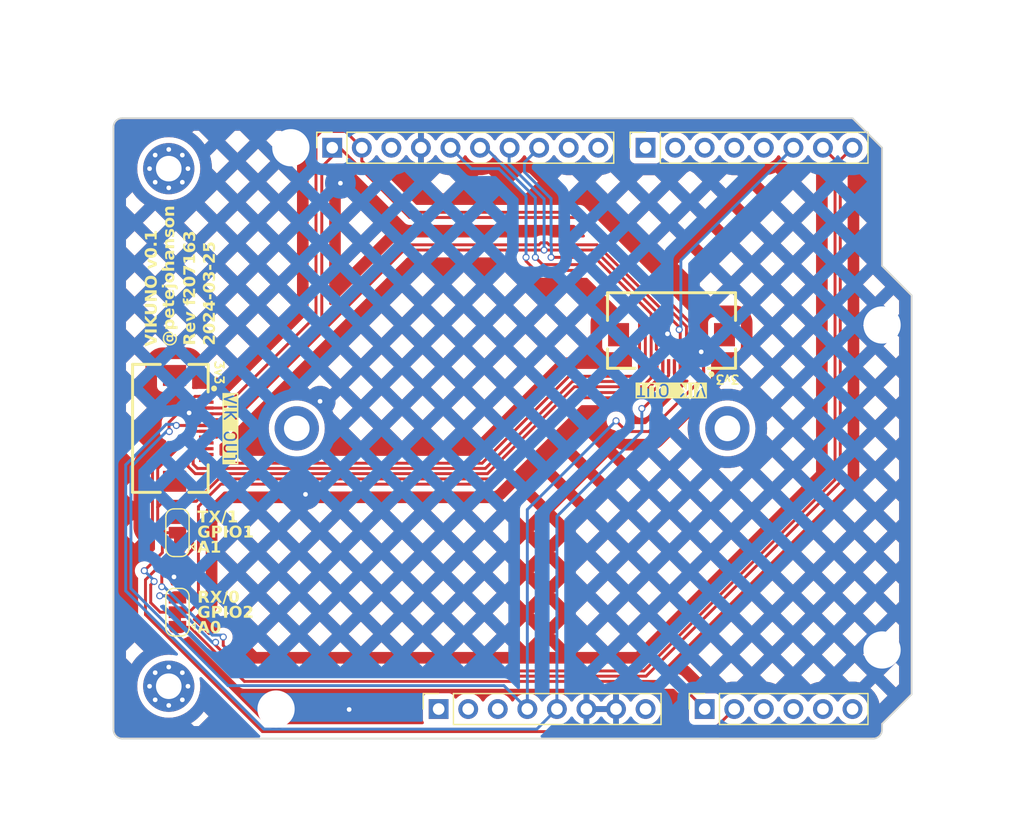
<source format=kicad_pcb>
(kicad_pcb (version 20240108) (generator "pcbnew") (generator_version "8.0")
  (title_block (date "mar. 31 mars 2015"))
  (layers (0 "F.Cu" signal) (31 "B.Cu" signal) (34 "B.Paste" user) (35 "F.Paste" user) (36 "B.SilkS" user "B.Silkscreen") (37 "F.SilkS" user "F.Silkscreen") (38 "B.Mask" user) (39 "F.Mask" user) (44 "Edge.Cuts" user))
  (property "REV" "f207163")
  (property "TIMESTAMP" "2024-03-25")
  (net 0 "")
  (net 1 "GND")
  (net 3 "+5V")
  (net 4 "/IOREF")
  (net 5 "/A0")
  (net 6 "/A1")
  (net 7 "/A2")
  (net 8 "/A3")
  (net 9 "/SDA{slash}A4")
  (net 10 "/SCL{slash}A5")
  (net 11 "/13")
  (net 12 "/12")
  (net 13 "/AREF")
  (net 14 "/8")
  (net 15 "/7")
  (net 16 "/*11")
  (net 17 "/*10")
  (net 18 "/*9")
  (net 19 "/4")
  (net 20 "/2")
  (net 21 "/*6")
  (net 22 "/*5")
  (net 23 "/TX{slash}1")
  (net 24 "/*3")
  (net 25 "/RX{slash}0")
  (net 26 "+3V3")
  (net 27 "VCC")
  (net 28 "/~{RESET}")
  (net 29 "/GP_AD1")
  (net 30 "/GP_AD2")
  (footprint "Connector_PinSocket_2.54mm:PinSocket_1x08_P2.54mm_Vertical" (layer "F.Cu") (at 127.94 97.46 90)
    (property "Reference" "J1" (hide yes))
    (property "Value" "Power")
    (fp_line (start 1.33 -1.33) (end 1.33 0) (stroke (width 0.12)) (layer "F.SilkS"))
    (fp_line (start 0 -1.33) (end 1.33 -1.33) (stroke (width 0.12)) (layer "F.SilkS"))
    (fp_line (start 1.33 1.27) (end 1.33 19.11) (stroke (width 0.12)) (layer "F.SilkS"))
    (fp_line (start -1.33 1.27) (end 1.33 1.27) (stroke (width 0.12)) (layer "F.SilkS"))
    (fp_line (start -1.33 1.27) (end -1.33 19.11) (stroke (width 0.12)) (layer "F.SilkS"))
    (fp_line (start -1.33 19.11) (end 1.33 19.11) (stroke (width 0.12)) (layer "F.SilkS"))
    (pad "1" thru_hole rect (at 0 0 90) (size 1.7 1.7) (drill 1) (layers "*.Cu" "*.Mask"))
    (pad "2" thru_hole oval (at 0 2.54 90) (size 1.7 1.7) (drill 1) (layers "*.Cu" "*.Mask") (net 4 "/IOREF"))
    (pad "3" thru_hole oval (at 0 5.08 90) (size 1.7 1.7) (drill 1) (layers "*.Cu" "*.Mask") (net 28 "/~{RESET}"))
    (pad "4" thru_hole oval (at 0 7.62 90) (size 1.7 1.7) (drill 1) (layers "*.Cu" "*.Mask") (net 26 "+3V3"))
    (pad "5" thru_hole oval (at 0 10.16 90) (size 1.7 1.7) (drill 1) (layers "*.Cu" "*.Mask") (net 3 "+5V"))
    (pad "6" thru_hole oval (at 0 12.7 90) (size 1.7 1.7) (drill 1) (layers "*.Cu" "*.Mask") (net 1 "GND"))
    (pad "7" thru_hole oval (at 0 15.24 90) (size 1.7 1.7) (drill 1) (layers "*.Cu" "*.Mask") (net 1 "GND"))
    (pad "8" thru_hole oval (at 0 17.78 90) (size 1.7 1.7) (drill 1) (layers "*.Cu" "*.Mask") (net 27 "VCC"))
  )
  (footprint "Connector_PinSocket_2.54mm:PinSocket_1x06_P2.54mm_Vertical" (layer "F.Cu") (at 150.8 97.46 90)
    (property "Reference" "J3" (hide yes))
    (property "Value" "Analog")
    (fp_line (start 1.33 -1.33) (end 1.33 0) (stroke (width 0.12)) (layer "F.SilkS"))
    (fp_line (start 0 -1.33) (end 1.33 -1.33) (stroke (width 0.12)) (layer "F.SilkS"))
    (fp_line (start 1.33 1.27) (end 1.33 14.03) (stroke (width 0.12)) (layer "F.SilkS"))
    (fp_line (start -1.33 1.27) (end 1.33 1.27) (stroke (width 0.12)) (layer "F.SilkS"))
    (fp_line (start -1.33 1.27) (end -1.33 14.03) (stroke (width 0.12)) (layer "F.SilkS"))
    (fp_line (start -1.33 14.03) (end 1.33 14.03) (stroke (width 0.12)) (layer "F.SilkS"))
    (pad "1" thru_hole rect (at 0 0 90) (size 1.7 1.7) (drill 1) (layers "*.Cu" "*.Mask") (net 5 "/A0"))
    (pad "2" thru_hole oval (at 0 2.54 90) (size 1.7 1.7) (drill 1) (layers "*.Cu" "*.Mask") (net 6 "/A1"))
    (pad "3" thru_hole oval (at 0 5.08 90) (size 1.7 1.7) (drill 1) (layers "*.Cu" "*.Mask") (net 7 "/A2"))
    (pad "4" thru_hole oval (at 0 7.62 90) (size 1.7 1.7) (drill 1) (layers "*.Cu" "*.Mask") (net 8 "/A3"))
    (pad "5" thru_hole oval (at 0 10.16 90) (size 1.7 1.7) (drill 1) (layers "*.Cu" "*.Mask") (net 9 "/SDA{slash}A4"))
    (pad "6" thru_hole oval (at 0 12.7 90) (size 1.7 1.7) (drill 1) (layers "*.Cu" "*.Mask") (net 10 "/SCL{slash}A5"))
  )
  (footprint "Connector_PinSocket_2.54mm:PinSocket_1x10_P2.54mm_Vertical" (layer "F.Cu") (at 118.796 49.2 90)
    (property "Reference" "J2" (hide yes))
    (property "Value" "Digital/PWM")
    (fp_line (start 1.33 -1.33) (end 1.33 0) (stroke (width 0.12)) (layer "F.SilkS"))
    (fp_line (start 0 -1.33) (end 1.33 -1.33) (stroke (width 0.12)) (layer "F.SilkS"))
    (fp_line (start 1.33 1.27) (end 1.33 24.19) (stroke (width 0.12)) (layer "F.SilkS"))
    (fp_line (start -1.33 1.27) (end 1.33 1.27) (stroke (width 0.12)) (layer "F.SilkS"))
    (fp_line (start -1.33 1.27) (end -1.33 24.19) (stroke (width 0.12)) (layer "F.SilkS"))
    (fp_line (start -1.33 24.19) (end 1.33 24.19) (stroke (width 0.12)) (layer "F.SilkS"))
    (pad "1" thru_hole rect (at 0 0 90) (size 1.7 1.7) (drill 1) (layers "*.Cu" "*.Mask") (net 10 "/SCL{slash}A5"))
    (pad "2" thru_hole oval (at 0 2.54 90) (size 1.7 1.7) (drill 1) (layers "*.Cu" "*.Mask") (net 9 "/SDA{slash}A4"))
    (pad "3" thru_hole oval (at 0 5.08 90) (size 1.7 1.7) (drill 1) (layers "*.Cu" "*.Mask") (net 13 "/AREF"))
    (pad "4" thru_hole oval (at 0 7.62 90) (size 1.7 1.7) (drill 1) (layers "*.Cu" "*.Mask") (net 1 "GND"))
    (pad "5" thru_hole oval (at 0 10.16 90) (size 1.7 1.7) (drill 1) (layers "*.Cu" "*.Mask") (net 11 "/13"))
    (pad "6" thru_hole oval (at 0 12.7 90) (size 1.7 1.7) (drill 1) (layers "*.Cu" "*.Mask") (net 12 "/12"))
    (pad "7" thru_hole oval (at 0 15.24 90) (size 1.7 1.7) (drill 1) (layers "*.Cu" "*.Mask") (net 16 "/*11"))
    (pad "8" thru_hole oval (at 0 17.78 90) (size 1.7 1.7) (drill 1) (layers "*.Cu" "*.Mask") (net 17 "/*10"))
    (pad "9" thru_hole oval (at 0 20.32 90) (size 1.7 1.7) (drill 1) (layers "*.Cu" "*.Mask") (net 18 "/*9"))
    (pad "10" thru_hole oval (at 0 22.86 90) (size 1.7 1.7) (drill 1) (layers "*.Cu" "*.Mask") (net 14 "/8"))
  )
  (footprint "Connector_PinSocket_2.54mm:PinSocket_1x08_P2.54mm_Vertical" (layer "F.Cu") (at 145.72 49.2 90)
    (property "Reference" "J4" (hide yes))
    (property "Value" "Digital/PWM")
    (fp_line (start 1.33 -1.33) (end 1.33 0) (stroke (width 0.12)) (layer "F.SilkS"))
    (fp_line (start 0 -1.33) (end 1.33 -1.33) (stroke (width 0.12)) (layer "F.SilkS"))
    (fp_line (start 1.33 1.27) (end 1.33 19.11) (stroke (width 0.12)) (layer "F.SilkS"))
    (fp_line (start -1.33 1.27) (end 1.33 1.27) (stroke (width 0.12)) (layer "F.SilkS"))
    (fp_line (start -1.33 1.27) (end -1.33 19.11) (stroke (width 0.12)) (layer "F.SilkS"))
    (fp_line (start -1.33 19.11) (end 1.33 19.11) (stroke (width 0.12)) (layer "F.SilkS"))
    (pad "1" thru_hole rect (at 0 0 90) (size 1.7 1.7) (drill 1) (layers "*.Cu" "*.Mask") (net 15 "/7"))
    (pad "2" thru_hole oval (at 0 2.54 90) (size 1.7 1.7) (drill 1) (layers "*.Cu" "*.Mask") (net 21 "/*6"))
    (pad "3" thru_hole oval (at 0 5.08 90) (size 1.7 1.7) (drill 1) (layers "*.Cu" "*.Mask") (net 22 "/*5"))
    (pad "4" thru_hole oval (at 0 7.62 90) (size 1.7 1.7) (drill 1) (layers "*.Cu" "*.Mask") (net 19 "/4"))
    (pad "5" thru_hole oval (at 0 10.16 90) (size 1.7 1.7) (drill 1) (layers "*.Cu" "*.Mask") (net 24 "/*3"))
    (pad "6" thru_hole oval (at 0 12.7 90) (size 1.7 1.7) (drill 1) (layers "*.Cu" "*.Mask") (net 20 "/2"))
    (pad "7" thru_hole oval (at 0 15.24 90) (size 1.7 1.7) (drill 1) (layers "*.Cu" "*.Mask") (net 23 "/TX{slash}1"))
    (pad "8" thru_hole oval (at 0 17.78 90) (size 1.7 1.7) (drill 1) (layers "*.Cu" "*.Mask") (net 25 "/RX{slash}0"))
  )
  (footprint "vik:vik-module-mounting-small" (layer "F.Cu") (at 134.25 73.33 90)
    (property "Reference" "VMH1" (hide yes))
    (property "Value" "vik-module-mounting-small")
    (pad "1" thru_hole circle (at 0 -18.5 90) (size 3.8 3.8) (drill 2.2) (layers "*.Cu" "*.Mask"))
    (pad "1" thru_hole circle (at 0 18.5 90) (size 3.8 3.8) (drill 2.2) (layers "*.Cu" "*.Mask"))
  )
  (footprint "Arduino_MountingHole:MountingHole_3.2mm" (layer "F.Cu") (at 115.24 49.2)
    (property "Reference" "MH1" (hide yes))
    (property "Value" "MountingHole_3.2mm" (hide yes))
    (pad "" np_thru_hole circle (at 0 0) (size 3.2 3.2) (drill 3.2) (layers "*.Cu" "*.Mask"))
  )
  (footprint "Jumper:SolderJumper-3_P1.3mm_Bridged12_RoundedPad1.0x1.5mm" (layer "F.Cu") (at 105.5 82.3 90)
    (property "Reference" "JP2" (hide yes))
    (property "Value" "SolderJumper_3_Bridged12")
    (fp_poly (pts (xy -0.9 -0.3) (xy -0.4 -0.3) (xy -0.4 0.3) (xy -0.9 0.3)) (fill solid) (layer "F.Cu"))
    (fp_line (start -1.4 -1) (end 1.4 -1) (stroke (width 0.12)) (layer "F.SilkS"))
    (fp_line (start 2.05 -0.3) (end 2.05 0.3) (stroke (width 0.12)) (layer "F.SilkS"))
    (fp_line (start -2.05 0.3) (end -2.05 -0.3) (stroke (width 0.12)) (layer "F.SilkS"))
    (fp_line (start 1.4 1) (end -1.4 1) (stroke (width 0.12)) (layer "F.SilkS"))
    (fp_line (start -1.2 1.2) (end -0.9 1.5) (stroke (width 0.12)) (layer "F.SilkS"))
    (fp_line (start -1.2 1.2) (end -1.5 1.5) (stroke (width 0.12)) (layer "F.SilkS"))
    (fp_line (start -1.5 1.5) (end -0.9 1.5) (stroke (width 0.12)) (layer "F.SilkS"))
    (fp_arc (start 1.35 -1) (mid 1.844975 -0.794975) (end 2.05 -0.3) (stroke (width 0.12)) (layer "F.SilkS"))
    (fp_arc (start -2.05 -0.3) (mid -1.844975 -0.794975) (end -1.35 -1) (stroke (width 0.12)) (layer "F.SilkS"))
    (fp_arc (start 2.05 0.3) (mid 1.844975 0.794975) (end 1.35 1) (stroke (width 0.12)) (layer "F.SilkS"))
    (fp_arc (start -1.35 1) (mid -1.844975 0.794975) (end -2.05 0.3) (stroke (width 0.12)) (layer "F.SilkS"))
    (pad "1" smd custom (at -1.3 0 90) (size 1 0.5) (layers "F.Cu" "F.Mask") (net 6 "/A1") (options (clearance outline) (anchor rect)) (primitives (gr_circle (center 0 0.25) (end 0.5 0.25) (width 0) (fill yes)) (gr_circle (center 0 -0.25) (end 0.5 -0.25) (width 0) (fill yes)) (gr_poly (pts (xy 0.55 0.75) (xy 0 0.75) (xy 0 -0.75) (xy 0.55 -0.75)) (width 0) (fill yes))))
    (pad "2" smd rect (at 0 0 90) (size 1 1.5) (layers "F.Cu" "F.Mask") (net 30 "/GP_AD2"))
    (pad "3" smd custom (at 1.3 0 90) (size 1 0.5) (layers "F.Cu" "F.Mask") (net 23 "/TX{slash}1") (options (clearance outline) (anchor rect)) (primitives (gr_circle (center 0 0.25) (end 0.5 0.25) (width 0) (fill yes)) (gr_circle (center 0 -0.25) (end 0.5 -0.25) (width 0) (fill yes)) (gr_poly (pts (xy 0 0.75) (xy -0.55 0.75) (xy -0.55 -0.75) (xy 0 -0.75)) (width 0) (fill yes))))
  )
  (footprint "vik:vik-keyboard-connector-horizontal" (layer "F.Cu") (at 147.95 65.962 180)
    (property "Reference" "J5" (hide yes))
    (property "Value" "~")
    (fp_line (start 5.5 4.295) (end 5.5 1.912) (stroke (width 0.254)) (layer "F.SilkS"))
    (fp_line (start 5.5 4.295) (end -5.5 4.295) (stroke (width 0.254)) (layer "F.SilkS"))
    (fp_line (start 5.5 -0.539) (end 5.5 -2.2) (stroke (width 0.254)) (layer "F.SilkS"))
    (fp_line (start 5.5 -2.2) (end 3.131 -2.2) (stroke (width 0.254)) (layer "F.SilkS"))
    (fp_line (start -5.5 4.295) (end -5.5 1.912) (stroke (width 0.254)) (layer "F.SilkS"))
    (fp_line (start -5.5 -0.539) (end -5.5 -2.2) (stroke (width 0.254)) (layer "F.SilkS"))
    (fp_line (start -5.5 -2.2) (end -3.131 -2.2) (stroke (width 0.254)) (layer "F.SilkS"))
    (fp_circle (center -3.429 -2.708) (end -3.302 -2.708) (stroke (width 0.254)) (fill none) (layer "F.SilkS"))
    (fp_text user "VIK OUT" (at -3.05 -3.48 180) (layer "F.SilkS" knockout) (effects (justify left bottom)))
    (fp_text user "3v3" (at -5.9 -2.7 180) (layer "F.SilkS") (effects (font (size 0.75 0.75)) (justify left bottom)))
    (pad "1" smd rect (at -2.75 -2.038 180) (size 0.28 1.25) (layers "F.Cu" "F.Paste" "F.Mask") (net 26 "+3V3"))
    (pad "2" smd rect (at -2.25 -2.038 180) (size 0.28 1.25) (layers "F.Cu" "F.Paste" "F.Mask") (net 1 "GND"))
    (pad "3" smd rect (at -1.75 -2.038 180) (size 0.28 1.25) (layers "F.Cu" "F.Paste" "F.Mask") (net 9 "/SDA{slash}A4"))
    (pad "4" smd rect (at -1.25 -2.038 180) (size 0.28 1.25) (layers "F.Cu" "F.Paste" "F.Mask") (net 10 "/SCL{slash}A5"))
    (pad "5" smd rect (at -0.75 -2.038 180) (size 0.28 1.25) (layers "F.Cu" "F.Paste" "F.Mask") (net 20 "/2"))
    (pad "6" smd rect (at -0.25 -2.038 180) (size 0.28 1.25) (layers "F.Cu" "F.Paste" "F.Mask") (net 3 "+5V"))
    (pad "7" smd rect (at 0.25 -2.038 180) (size 0.28 1.25) (layers "F.Cu" "F.Paste" "F.Mask") (net 29 "/GP_AD1"))
    (pad "8" smd rect (at 0.75 -2.038 180) (size 0.28 1.25) (layers "F.Cu" "F.Paste" "F.Mask") (net 16 "/*11"))
    (pad "9" smd rect (at 1.25 -2.038 180) (size 0.28 1.25) (layers "F.Cu" "F.Paste" "F.Mask") (net 30 "/GP_AD2"))
    (pad "10" smd rect (at 1.75 -2.038 180) (size 0.28 1.25) (layers "F.Cu" "F.Paste" "F.Mask") (net 17 "/*10"))
    (pad "11" smd rect (at 2.25 -2.038 180) (size 0.28 1.25) (layers "F.Cu" "F.Paste" "F.Mask") (net 12 "/12"))
    (pad "12" smd rect (at 2.75 -2.038 180) (size 0.28 1.25) (layers "F.Cu" "F.Paste" "F.Mask") (net 11 "/13"))
    (pad "13" smd rect (at 4.55 0.686 180) (size 1.8 2) (layers "F.Cu" "F.Paste" "F.Mask"))
    (pad "14" smd rect (at -4.55 0.686 180) (size 1.8 2) (layers "F.Cu" "F.Paste" "F.Mask"))
  )
  (footprint "Jumper:SolderJumper-3_P1.3mm_Bridged12_RoundedPad1.0x1.5mm" (layer "F.Cu") (at 105.5 89.135 90)
    (property "Reference" "JP1" (hide yes))
    (property "Value" "SolderJumper_3_Bridged12")
    (fp_poly (pts (xy -0.9 -0.3) (xy -0.4 -0.3) (xy -0.4 0.3) (xy -0.9 0.3)) (fill solid) (layer "F.Cu"))
    (fp_line (start -1.4 -1) (end 1.4 -1) (stroke (width 0.12)) (layer "F.SilkS"))
    (fp_line (start 2.05 -0.3) (end 2.05 0.3) (stroke (width 0.12)) (layer "F.SilkS"))
    (fp_line (start -2.05 0.3) (end -2.05 -0.3) (stroke (width 0.12)) (layer "F.SilkS"))
    (fp_line (start 1.4 1) (end -1.4 1) (stroke (width 0.12)) (layer "F.SilkS"))
    (fp_line (start -1.2 1.2) (end -0.9 1.5) (stroke (width 0.12)) (layer "F.SilkS"))
    (fp_line (start -1.2 1.2) (end -1.5 1.5) (stroke (width 0.12)) (layer "F.SilkS"))
    (fp_line (start -1.5 1.5) (end -0.9 1.5) (stroke (width 0.12)) (layer "F.SilkS"))
    (fp_arc (start 1.35 -1) (mid 1.844975 -0.794975) (end 2.05 -0.3) (stroke (width 0.12)) (layer "F.SilkS"))
    (fp_arc (start -2.05 -0.3) (mid -1.844975 -0.794975) (end -1.35 -1) (stroke (width 0.12)) (layer "F.SilkS"))
    (fp_arc (start 2.05 0.3) (mid 1.844975 0.794975) (end 1.35 1) (stroke (width 0.12)) (layer "F.SilkS"))
    (fp_arc (start -1.35 1) (mid -1.844975 0.794975) (end -2.05 0.3) (stroke (width 0.12)) (layer "F.SilkS"))
    (pad "1" smd custom (at -1.3 0 90) (size 1 0.5) (layers "F.Cu" "F.Mask") (net 5 "/A0") (options (clearance outline) (anchor rect)) (primitives (gr_circle (center 0 0.25) (end 0.5 0.25) (width 0) (fill yes)) (gr_circle (center 0 -0.25) (end 0.5 -0.25) (width 0) (fill yes)) (gr_poly (pts (xy 0.55 0.75) (xy 0 0.75) (xy 0 -0.75) (xy 0.55 -0.75)) (width 0) (fill yes))))
    (pad "2" smd rect (at 0 0 90) (size 1 1.5) (layers "F.Cu" "F.Mask") (net 29 "/GP_AD1"))
    (pad "3" smd custom (at 1.3 0 90) (size 1 0.5) (layers "F.Cu" "F.Mask") (net 25 "/RX{slash}0") (options (clearance outline) (anchor rect)) (primitives (gr_circle (center 0 0.25) (end 0.5 0.25) (width 0) (fill yes)) (gr_circle (center 0 -0.25) (end 0.5 -0.25) (width 0) (fill yes)) (gr_poly (pts (xy 0 0.75) (xy -0.55 0.75) (xy -0.55 -0.75) (xy 0 -0.75)) (width 0) (fill yes))))
  )
  (footprint "vik:vik-keyboard-connector-horizontal" (layer "F.Cu") (at 105.936 73.33 -90)
    (property "Reference" "J6" (hide yes))
    (property "Value" "~")
    (fp_line (start -5.5 4.295) (end -5.5 1.912) (stroke (width 0.254)) (layer "F.SilkS"))
    (fp_line (start 5.5 4.295) (end -5.5 4.295) (stroke (width 0.254)) (layer "F.SilkS"))
    (fp_line (start 5.5 4.295) (end 5.5 1.912) (stroke (width 0.254)) (layer "F.SilkS"))
    (fp_line (start -5.5 -0.539) (end -5.5 -2.2) (stroke (width 0.254)) (layer "F.SilkS"))
    (fp_line (start 5.5 -0.539) (end 5.5 -2.2) (stroke (width 0.254)) (layer "F.SilkS"))
    (fp_line (start -5.5 -2.2) (end -3.131 -2.2) (stroke (width 0.254)) (layer "F.SilkS"))
    (fp_line (start 5.5 -2.2) (end 3.131 -2.2) (stroke (width 0.254)) (layer "F.SilkS"))
    (fp_circle (center -3.429 -2.708) (end -3.302 -2.708) (stroke (width 0.254)) (fill none) (layer "F.SilkS"))
    (fp_text user "VIK OUT" (at -3.05 -3.48 -90) (layer "F.SilkS" knockout) (effects (justify left bottom)))
    (fp_text user "3v3" (at -5.9 -2.7 -90) (layer "F.SilkS") (effects (font (size 0.75 0.75)) (justify left bottom)))
    (pad "1" smd rect (at -2.75 -2.038 270) (size 0.28 1.25) (layers "F.Cu" "F.Paste" "F.Mask") (net 26 "+3V3"))
    (pad "2" smd rect (at -2.25 -2.038 270) (size 0.28 1.25) (layers "F.Cu" "F.Paste" "F.Mask") (net 1 "GND"))
    (pad "3" smd rect (at -1.75 -2.038 270) (size 0.28 1.25) (layers "F.Cu" "F.Paste" "F.Mask") (net 9 "/SDA{slash}A4"))
    (pad "4" smd rect (at -1.25 -2.038 270) (size 0.28 1.25) (layers "F.Cu" "F.Paste" "F.Mask") (net 10 "/SCL{slash}A5"))
    (pad "5" smd rect (at -0.75 -2.038 270) (size 0.28 1.25) (layers "F.Cu" "F.Paste" "F.Mask") (net 20 "/2"))
    (pad "6" smd rect (at -0.25 -2.038 270) (size 0.28 1.25) (layers "F.Cu" "F.Paste" "F.Mask") (net 3 "+5V"))
    (pad "7" smd rect (at 0.25 -2.038 270) (size 0.28 1.25) (layers "F.Cu" "F.Paste" "F.Mask") (net 29 "/GP_AD1"))
    (pad "8" smd rect (at 0.75 -2.038 270) (size 0.28 1.25) (layers "F.Cu" "F.Paste" "F.Mask") (net 16 "/*11"))
    (pad "9" smd rect (at 1.25 -2.038 270) (size 0.28 1.25) (layers "F.Cu" "F.Paste" "F.Mask") (net 30 "/GP_AD2"))
    (pad "10" smd rect (at 1.75 -2.038 270) (size 0.28 1.25) (layers "F.Cu" "F.Paste" "F.Mask") (net 17 "/*10"))
    (pad "11" smd rect (at 2.25 -2.038 270) (size 0.28 1.25) (layers "F.Cu" "F.Paste" "F.Mask") (net 12 "/12"))
    (pad "12" smd rect (at 2.75 -2.038 270) (size 0.28 1.25) (layers "F.Cu" "F.Paste" "F.Mask") (net 11 "/13"))
    (pad "13" smd rect (at 4.55 0.686 270) (size 1.8 2) (layers "F.Cu" "F.Paste" "F.Mask"))
    (pad "14" smd rect (at -4.55 0.686 270) (size 1.8 2) (layers "F.Cu" "F.Paste" "F.Mask"))
  )
  (footprint "MountingHole:MountingHole_2.2mm_M2_Pad_Via" (layer "F.Cu") (at 104.75 95.5)
    (property "Reference" "VMH3" (hide yes))
    (property "Value" "MountingHole_2.2mm_M2_Pad_Via")
    (pad "1" thru_hole circle (at -1.65 0) (size 0.7 0.7) (drill 0.4) (layers "*.Cu" "*.Mask"))
    (pad "1" thru_hole circle (at -1.166726 -1.166726) (size 0.7 0.7) (drill 0.4) (layers "*.Cu" "*.Mask"))
    (pad "1" thru_hole circle (at -1.166726 1.166726) (size 0.7 0.7) (drill 0.4) (layers "*.Cu" "*.Mask"))
    (pad "1" thru_hole circle (at 0 -1.65) (size 0.7 0.7) (drill 0.4) (layers "*.Cu" "*.Mask"))
    (pad "1" thru_hole circle (at 0 0) (size 4.4 4.4) (drill 2.2) (layers "*.Cu" "*.Mask"))
    (pad "1" thru_hole circle (at 0 1.65) (size 0.7 0.7) (drill 0.4) (layers "*.Cu" "*.Mask"))
    (pad "1" thru_hole circle (at 1.166726 -1.166726) (size 0.7 0.7) (drill 0.4) (layers "*.Cu" "*.Mask"))
    (pad "1" thru_hole circle (at 1.166726 1.166726) (size 0.7 0.7) (drill 0.4) (layers "*.Cu" "*.Mask"))
    (pad "1" thru_hole circle (at 1.65 0) (size 0.7 0.7) (drill 0.4) (layers "*.Cu" "*.Mask"))
  )
  (footprint "Arduino_MountingHole:MountingHole_3.2mm" (layer "F.Cu") (at 113.97 97.46)
    (property "Reference" "MH2" (hide yes))
    (property "Value" "MountingHole_3.2mm" (hide yes))
    (pad "" np_thru_hole circle (at 0 0) (size 3.2 3.2) (drill 3.2) (layers "*.Cu" "*.Mask"))
  )
  (footprint "Arduino_MountingHole:MountingHole_3.2mm" (layer "F.Cu") (at 166.04 64.44)
    (property "Reference" "MH3" (hide yes))
    (property "Value" "MountingHole_3.2mm" (hide yes))
    (pad "" np_thru_hole circle (at 0 0) (size 3.2 3.2) (drill 3.2) (layers "*.Cu" "*.Mask"))
  )
  (footprint "MountingHole:MountingHole_2.2mm_M2_Pad_Via" (layer "F.Cu") (at 104.75 51)
    (property "Reference" "VMH2" (hide yes))
    (property "Value" "MountingHole_2.2mm_M2_Pad_Via")
    (pad "1" thru_hole circle (at -1.65 0) (size 0.7 0.7) (drill 0.4) (layers "*.Cu" "*.Mask"))
    (pad "1" thru_hole circle (at -1.166726 -1.166726) (size 0.7 0.7) (drill 0.4) (layers "*.Cu" "*.Mask"))
    (pad "1" thru_hole circle (at -1.166726 1.166726) (size 0.7 0.7) (drill 0.4) (layers "*.Cu" "*.Mask"))
    (pad "1" thru_hole circle (at 0 -1.65) (size 0.7 0.7) (drill 0.4) (layers "*.Cu" "*.Mask"))
    (pad "1" thru_hole circle (at 0 0) (size 4.4 4.4) (drill 2.2) (layers "*.Cu" "*.Mask"))
    (pad "1" thru_hole circle (at 0 1.65) (size 0.7 0.7) (drill 0.4) (layers "*.Cu" "*.Mask"))
    (pad "1" thru_hole circle (at 1.166726 -1.166726) (size 0.7 0.7) (drill 0.4) (layers "*.Cu" "*.Mask"))
    (pad "1" thru_hole circle (at 1.166726 1.166726) (size 0.7 0.7) (drill 0.4) (layers "*.Cu" "*.Mask"))
    (pad "1" thru_hole circle (at 1.65 0) (size 0.7 0.7) (drill 0.4) (layers "*.Cu" "*.Mask"))
  )
  (footprint "Arduino_MountingHole:MountingHole_3.2mm" (layer "F.Cu") (at 166.04 92.38)
    (property "Reference" "MH4" (hide yes))
    (property "Value" "MountingHole_3.2mm" (hide yes))
    (pad "" np_thru_hole circle (at 0 0) (size 3.2 3.2) (drill 3.2) (layers "*.Cu" "*.Mask"))
  )
  (gr_line (start 166.04 59.36) (end 168.58 61.9) (stroke (width 0.15)) (layer "Edge.Cuts"))
  (gr_line (start 100 99.238) (end 100 47.422) (stroke (width 0.15)) (layer "Edge.Cuts"))
  (gr_line (start 168.58 61.9) (end 168.58 96.19) (stroke (width 0.15)) (layer "Edge.Cuts"))
  (gr_line (start 165.278 100) (end 100.762 100) (stroke (width 0.15)) (layer "Edge.Cuts"))
  (gr_line (start 100.762 46.66) (end 163.5 46.66) (stroke (width 0.15)) (layer "Edge.Cuts"))
  (gr_arc (start 100.762 100) (mid 100.223185 99.776815) (end 100 99.238) (stroke (width 0.15)) (layer "Edge.Cuts"))
  (gr_line (start 168.58 96.19) (end 166.04 98.73) (stroke (width 0.15)) (layer "Edge.Cuts"))
  (gr_line (start 163.5 46.66) (end 166.04 49.2) (stroke (width 0.15)) (layer "Edge.Cuts"))
  (gr_arc (start 166.04 99.238) (mid 165.816815 99.776815) (end 165.278 100) (stroke (width 0.15)) (layer "Edge.Cuts"))
  (gr_line (start 166.04 49.2) (end 166.04 59.36) (stroke (width 0.15)) (layer "Edge.Cuts"))
  (gr_line (start 166.04 98.73) (end 166.04 99.238) (stroke (width 0.15)) (layer "Edge.Cuts"))
  (gr_arc (start 100 47.422) (mid 100.223185 46.883185) (end 100.762 46.66) (stroke (width 0.15)) (layer "Edge.Cuts"))
  (gr_text "VIKUNO v0.1" (at 103.3 66.3 90) (layer "F.SilkS") (effects (font (size 1 1) (thickness 0.25) (bold yes)) (justify left)))
  (gr_text "A0" (at 107.2 90.5 0) (layer "F.SilkS") (effects (font (size 1 1) (thickness 0.25) (bold yes)) (justify left)))
  (gr_text "GPIO1" (at 107.2 82.3 0) (layer "F.SilkS") (effects (font (size 1 1) (thickness 0.25) (bold yes)) (justify left)))
  (gr_text "${TIMESTAMP}" (at 108.3 66.2 90) (layer "F.SilkS") (effects (font (size 1 1) (thickness 0.25) (bold yes)) (justify left)))
  (gr_text "Rev ${REV}" (at 106.6 66.2 90) (layer "F.SilkS") (effects (font (size 1 1) (thickness 0.25) (bold yes)) (justify left)))
  (gr_text "@petejohanson" (at 104.8 66.3 90) (layer "F.SilkS") (effects (font (size 1 1) (thickness 0.25) (bold yes)) (justify left)))
  (gr_text "GPIO2" (at 107.2 89.2 0) (layer "F.SilkS") (effects (font (size 1 1) (thickness 0.25) (bold yes)) (justify left)))
  (gr_text "RX/0" (at 107.2 87.9 0) (layer "F.SilkS") (effects (font (size 1 1) (thickness 0.25) (bold yes)) (justify left)))
  (gr_text "A1" (at 107.2 83.6 0) (layer "F.SilkS") (effects (font (size 1 1) (thickness 0.25) (bold yes)) (justify left)))
  (gr_text "TX/1" (at 107.2 81 0) (layer "F.SilkS") (effects (font (size 1 1) (thickness 0.25) (bold yes)) (justify left)))
  (segment (start 107.1395 71.08) (end 107.974 71.08) (width 0.25) (layer "F.Cu") (net 1))
  (segment (start 106.5 71.7195) (end 107.1395 71.08) (width 0.25) (layer "F.Cu") (net 1))
  (segment (start 150.2 67.05) (end 150.5 66.75) (width 0.25) (layer "F.Cu") (net 1))
  (segment (start 106.5 72) (end 106.5 71.7195) (width 0.25) (layer "F.Cu") (net 1))
  (segment (start 150.2 68) (end 150.2 67.05) (width 0.25) (layer "F.Cu") (net 1))
  (via (at 147.6 65.2) (size 0.6) (drill 0.4) (layers "F.Cu" "B.Cu") (net 1))
  (via (at 106.5 72) (size 0.6) (drill 0.4) (layers "F.Cu" "B.Cu") (net 1))
  (via (at 117.75 71) (size 0.6) (drill 0.4) (layers "F.Cu" "B.Cu") (net 1))
  (via (at 119.5 52.25) (size 0.6) (drill 0.4) (layers "F.Cu" "B.Cu") (net 1))
  (via (at 105.2 86.1) (size 0.6) (drill 0.4) (layers "F.Cu" "B.Cu") (net 1))
  (via (at 150.5 66.75) (size 0.6) (drill 0.4) (layers "F.Cu" "B.Cu") (net 1))
  (via (at 120.25 97.5) (size 0.6) (drill 0.4) (layers "F.Cu" "B.Cu") (net 1))
  (via (at 116.5 79) (size 0.6) (drill 0.4) (layers "F.Cu" "B.Cu") (net 1))
  (segment (start 145.4 71.625) (end 145.49 71.625) (width 0.25) (layer "F.Cu") (net 3))
  (segment (start 148.2 68.915) (end 148.2 68) (width 0.25) (layer "F.Cu") (net 3))
  (segment (start 105.4 73.08) (end 107.974 73.08) (width 0.25) (layer "F.Cu") (net 3))
  (segment (start 145.49 71.625) (end 148.2 68.915) (width 0.25) (layer "F.Cu") (net 3))
  (via (at 105.4 73.08) (size 0.6) (drill 0.4) (layers "F.Cu" "B.Cu") (net 3))
  (via (at 145.4 71.625) (size 0.6) (drill 0.4) (layers "F.Cu" "B.Cu") (net 3))
  (segment (start 145.4 71.625) (end 145.4 73.6) (width 0.25) (layer "B.Cu") (net 3))
  (segment (start 136.375 99.185) (end 138.1 97.46) (width 0.25) (layer "B.Cu") (net 3))
  (segment (start 138.1 80.9) (end 138.1 97.46) (width 0.25) (layer "B.Cu") (net 3))
  (segment (start 145.4 73.6) (end 138.1 80.9) (width 0.25) (layer "B.Cu") (net 3))
  (segment (start 101.05 76.465509) (end 101.05 87.3) (width 0.25) (layer "B.Cu") (net 3))
  (segment (start 104.536563 72.978946) (end 101.05 76.465509) (width 0.25) (layer "B.Cu") (net 3))
  (segment (start 105.298946 72.978946) (end 104.536563 72.978946) (width 0.25) (layer "B.Cu") (net 3))
  (segment (start 112.935 99.185) (end 136.375 99.185) (width 0.25) (layer "B.Cu") (net 3))
  (segment (start 105.4 73.08) (end 105.298946 72.978946) (width 0.25) (layer "B.Cu") (net 3))
  (segment (start 101.05 87.3) (end 112.935 99.185) (width 0.25) (layer "B.Cu") (net 3))
  (segment (start 105.5 90.435) (end 106.6 90.435) (width 0.25) (layer "F.Cu") (net 5))
  (segment (start 106.6 90.435) (end 111.25 95.085) (width 0.25) (layer "F.Cu") (net 5))
  (segment (start 111.25 95.085) (end 148.425 95.085) (width 0.25) (layer "F.Cu") (net 5))
  (segment (start 148.425 95.085) (end 150.8 97.46) (width 0.25) (layer "F.Cu") (net 5))
  (segment (start 112.8 99.4) (end 151.4 99.4) (width 0.25) (layer "F.Cu") (net 6))
  (segment (start 102.75 86.35) (end 102.75 89.35) (width 0.25) (layer "F.Cu") (net 6))
  (segment (start 105.5 83.6) (end 102.75 86.35) (width 0.25) (layer "F.Cu") (net 6))
  (segment (start 102.75 89.35) (end 112.8 99.4) (width 0.25) (layer "F.Cu") (net 6))
  (segment (start 151.4 99.4) (end 153.34 97.46) (width 0.25) (layer "F.Cu") (net 6))
  (segment (start 117.846 47.8) (end 119.936 47.8) (width 0.25) (layer "F.Cu") (net 9))
  (segment (start 109.479812 71.58) (end 117.4 63.659812) (width 0.25) (layer "F.Cu") (net 9))
  (segment (start 107.974 71.58) (end 109.479812 71.58) (width 0.25) (layer "F.Cu") (net 9))
  (segment (start 140.05 54.75) (end 125.75 54.75) (width 0.25) (layer "F.Cu") (net 9))
  (segment (start 121.336 50.336) (end 121.336 49.2) (width 0.25) (layer "F.Cu") (net 9))
  (segment (start 149.7 64.4) (end 140.05 54.75) (width 0.25) (layer "F.Cu") (net 9))
  (segment (start 125.75 54.75) (end 121.336 50.336) (width 0.25) (layer "F.Cu") (net 9))
  (segment (start 149.7 68) (end 149.7 64.4) (width 0.25) (layer "F.Cu") (net 9))
  (segment (start 117.4 48.246) (end 117.846 47.8) (width 0.25) (layer "F.Cu") (net 9))
  (segment (start 119.936 47.8) (end 121.336 49.2) (width 0.25) (layer "F.Cu") (net 9))
  (segment (start 117.4 63.659812) (end 117.4 48.246) (width 0.25) (layer "F.Cu") (net 9))
  (segment (start 149.235 67.965) (end 149.235 64.571396) (width 0.25) (layer "F.Cu") (net 10))
  (segment (start 149.235 64.571396) (end 139.863604 55.2) (width 0.25) (layer "F.Cu") (net 10))
  (segment (start 125.45 55.2) (end 119.45 49.2) (width 0.25) (layer "F.Cu") (net 10))
  (segment (start 107.974 72.08) (end 109.616208 72.08) (width 0.25) (layer "F.Cu") (net 10))
  (segment (start 117.9 63.796208) (end 117.9 50.85) (width 0.25) (layer "F.Cu") (net 10))
  (segment (start 118.796 49.954) (end 118.796 49.2) (width 0.25) (layer "F.Cu") (net 10))
  (segment (start 149.2 68) (end 149.235 67.965) (width 0.25) (layer "F.Cu") (net 10))
  (segment (start 117.9 50.85) (end 118.796 49.954) (width 0.25) (layer "F.Cu") (net 10))
  (segment (start 139.863604 55.2) (end 125.45 55.2) (width 0.25) (layer "F.Cu") (net 10))
  (segment (start 109.616208 72.08) (end 117.9 63.796208) (width 0.25) (layer "F.Cu") (net 10))
  (segment (start 119.45 49.2) (end 118.796 49.2) (width 0.25) (layer "F.Cu") (net 10))
  (segment (start 135.449997 58.949997) (end 136.25 59.75) (width 0.25) (layer "F.Cu") (net 11))
  (segment (start 145.2 63.993072) (end 145.2 68) (width 0.25) (layer "F.Cu") (net 11))
  (segment (start 107.974 76.08) (end 108.219 76.325) (width 0.25) (layer "F.Cu") (net 11))
  (segment (start 108.219 76.325) (end 131.675 76.325) (width 0.25) (layer "F.Cu") (net 11))
  (segment (start 144.95 68.85) (end 145.2 68.6) (width 0.25) (layer "F.Cu") (net 11))
  (segment (start 135.449997 58.625) (end 135.449997 58.949997) (width 0.25) (layer "F.Cu") (net 11))
  (segment (start 136.25 59.75) (end 140.956928 59.75) (width 0.25) (layer "F.Cu") (net 11))
  (segment (start 145.2 68.6) (end 145.2 68) (width 0.25) (layer "F.Cu") (net 11))
  (segment (start 139.15 68.85) (end 144.95 68.85) (width 0.25) (layer "F.Cu") (net 11))
  (segment (start 131.675 76.325) (end 139.15 68.85) (width 0.25) (layer "F.Cu") (net 11))
  (segment (start 140.956928 59.75) (end 145.2 63.993072) (width 0.25) (layer "F.Cu") (net 11))
  (via (at 135.449997 58.625) (size 0.6) (drill 0.4) (layers "F.Cu" "B.Cu") (net 11))
  (segment (start 133.113604 51) (end 130.756 51) (width 0.25) (layer "B.Cu") (net 11))
  (segment (start 130.756 51) (end 128.956 49.2) (width 0.25) (layer "B.Cu") (net 11))
  (segment (start 135.449997 58.625) (end 135.449997 53.336393) (width 0.25) (layer "B.Cu") (net 11))
  (segment (start 135.449997 53.336393) (end 133.113604 51) (width 0.25) (layer "B.Cu") (net 11))
  (segment (start 109 76.775) (end 131.952208 76.775) (width 0.25) (layer "F.Cu") (net 12))
  (segment (start 136.875 59.25) (end 141.093324 59.25) (width 0.25) (layer "F.Cu") (net 12))
  (segment (start 136.25 58.625) (end 136.875 59.25) (width 0.25) (layer "F.Cu") (net 12))
  (segment (start 141.093324 59.25) (end 145.7 63.856676) (width 0.25) (layer "F.Cu") (net 12))
  (segment (start 107.22 75.58) (end 106.85 75.95) (width 0.25) (layer "F.Cu") (net 12))
  (segment (start 106.85 76.413604) (end 107.118198 76.681802) (width 0.25) (layer "F.Cu") (net 12))
  (segment (start 145.7 68.85) (end 145.7 68) (width 0.25) (layer "F.Cu") (net 12))
  (segment (start 106.85 76.4) (end 106.85 76.413604) (width 0.25) (layer "F.Cu") (net 12))
  (segment (start 107.974 75.58) (end 107.22 75.58) (width 0.25) (layer "F.Cu") (net 12))
  (segment (start 139.427208 69.3) (end 145.25 69.3) (width 0.25) (layer "F.Cu") (net 12))
  (segment (start 145.25 69.3) (end 145.7 68.85) (width 0.25) (layer "F.Cu") (net 12))
  (segment (start 145.7 63.856676) (end 145.7 68) (width 0.25) (layer "F.Cu") (net 12))
  (segment (start 109 76.775) (end 107.211396 76.775) (width 0.25) (layer "F.Cu") (net 12))
  (segment (start 131.952208 76.775) (end 139.427208 69.3) (width 0.25) (layer "F.Cu") (net 12))
  (segment (start 107.211396 76.775) (end 107.118198 76.681802) (width 0.25) (layer "F.Cu") (net 12))
  (segment (start 106.85 75.95) (end 106.85 76.4) (width 0.25) (layer "F.Cu") (net 12))
  (via (at 136.25 58.625) (size 0.6) (drill 0.4) (layers "F.Cu" "B.Cu") (net 12))
  (segment (start 136.25 58.625) (end 136.25 53.5) (width 0.25) (layer "B.Cu") (net 12))
  (segment (start 136.25 53.5) (end 131.95 49.2) (width 0.25) (layer "B.Cu") (net 12))
  (segment (start 131.95 49.2) (end 131.496 49.2) (width 0.25) (layer "B.Cu") (net 12))
  (segment (start 107.974 74.08) (end 108.889 74.08) (width 0.25) (layer "F.Cu") (net 16))
  (segment (start 108.889 74.08) (end 124.969 58) (width 0.25) (layer "F.Cu") (net 16))
  (segment (start 147.2 67.085) (end 147.2 68) (width 0.25) (layer "F.Cu") (net 16))
  (segment (start 124.969 58) (end 137 58) (width 0.25) (layer "F.Cu") (net 16))
  (segment (start 137 58) (end 141.363604 58) (width 0.25) (layer "F.Cu") (net 16))
  (segment (start 141.363604 58) (end 146.65 63.286396) (width 0.25) (layer "F.Cu") (net 16))
  (segment (start 146.65 66.535) (end 147.2 67.085) (width 0.25) (layer "F.Cu") (net 16))
  (segment (start 146.65 63.286396) (end 146.65 66.535) (width 0.25) (layer "F.Cu") (net 16))
  (via (at 137 58) (size 0.6) (drill 0.4) (layers "F.Cu" "B.Cu") (net 16))
  (segment (start 134 49.236) (end 134.036 49.2) (width 0.25) (layer "B.Cu") (net 16))
  (segment (start 134 50.613604) (end 134 49.236) (width 0.25) (layer "B.Cu") (net 16))
  (segment (start 137 58) (end 137 53.613604) (width 0.25) (layer "B.Cu") (net 16))
  (segment (start 137 53.613604) (end 134 50.613604) (width 0.25) (layer "B.Cu") (net 16))
  (segment (start 107.974 75.08) (end 107.059 75.08) (width 0.25) (layer "F.Cu") (net 17))
  (segment (start 107.059 75.08) (end 106.4 75.739) (width 0.25) (layer "F.Cu") (net 17))
  (segment (start 146.2 69.005812) (end 146.2 68) (width 0.25) (layer "F.Cu") (net 17))
  (segment (start 141.352208 58.625) (end 146.2 63.472792) (width 0.25) (layer "F.Cu") (net 17))
  (segment (start 106.4 75.739) (end 106.4 76.6) (width 0.25) (layer "F.Cu") (net 17))
  (segment (start 107.025 77.225) (end 132.138604 77.225) (width 0.25) (layer "F.Cu") (net 17))
  (segment (start 146.2 63.472792) (end 146.2 68) (width 0.25) (layer "F.Cu") (net 17))
  (segment (start 139.613604 69.75) (end 145.455812 69.75) (width 0.25) (layer "F.Cu") (net 17))
  (segment (start 137.6 58.625) (end 141.352208 58.625) (width 0.25) (layer "F.Cu") (net 17))
  (segment (start 145.455812 69.75) (end 146.2 69.005812) (width 0.25) (layer "F.Cu") (net 17))
  (segment (start 106.4 76.6) (end 107.025 77.225) (width 0.25) (layer "F.Cu") (net 17))
  (segment (start 132.138604 77.225) (end 139.613604 69.75) (width 0.25) (layer "F.Cu") (net 17))
  (via (at 137.6 58.625) (size 0.6) (drill 0.4) (layers "F.Cu" "B.Cu") (net 17))
  (segment (start 137.625 58.6) (end 137.625 57.741116) (width 0.25) (layer "B.Cu") (net 17))
  (segment (start 137.6 53.577208) (end 135.311396 51.288604) (width 0.25) (layer "B.Cu") (net 17))
  (segment (start 137.6 57.716116) (end 137.6 53.577208) (width 0.25) (layer "B.Cu") (net 17))
  (segment (start 135.311396 51.288604) (end 135.311396 50.464604) (width 0.25) (layer "B.Cu") (net 17))
  (segment (start 137.625 57.741116) (end 137.6 57.716116) (width 0.25) (layer "B.Cu") (net 17))
  (segment (start 135.311396 50.464604) (end 136.576 49.2) (width 0.25) (layer "B.Cu") (net 17))
  (segment (start 137.6 58.625) (end 137.625 58.6) (width 0.25) (layer "B.Cu") (net 17))
  (segment (start 136.566116 57.55) (end 124.782604 57.55) (width 0.25) (layer "F.Cu") (net 20))
  (segment (start 137.258884 57.375) (end 136.741116 57.375) (width 0.25) (layer "F.Cu") (net 20))
  (segment (start 109.752604 72.58) (end 107.974 72.58) (width 0.25) (layer "F.Cu") (net 20))
  (segment (start 148.7 64.92514) (end 148.7 68) (width 0.25) (layer "F.Cu") (net 20))
  (segment (start 148.61 64.83514) (end 148.61 64.61) (width 0.25) (layer "F.Cu") (net 20))
  (segment (start 148.61 64.83514) (end 148.7 64.92514) (width 0.25) (layer "F.Cu") (net 20))
  (segment (start 124.782604 57.55) (end 109.752604 72.58) (width 0.25) (layer "F.Cu") (net 20))
  (segment (start 136.741116 57.375) (end 136.566116 57.55) (width 0.25) (layer "F.Cu") (net 20))
  (segment (start 148.61 64.61) (end 141.55 57.55) (width 0.25) (layer "F.Cu") (net 20))
  (segment (start 141.55 57.55) (end 137.433884 57.55) (width 0.25) (layer "F.Cu") (net 20))
  (segment (start 137.433884 57.55) (end 137.258884 57.375) (width 0.25) (layer "F.Cu") (net 20))
  (via (at 148.61 64.83514) (size 0.6) (drill 0.4) (layers "F.Cu" "B.Cu") (net 20))
  (segment (start 148.75 58.87) (end 158.42 49.2) (width 0.25) (layer "B.Cu") (net 20))
  (segment (start 148.61 64.83514) (end 148.75 64.69514) (width 0.25) (layer "B.Cu") (net 20))
  (segment (start 148.75 64.69514) (end 148.75 58.87) (width 0.25) (layer "B.Cu") (net 20))
  (segment (start 104.151083 86.9453) (end 104.151083 85.585313) (width 0.25) (layer "F.Cu") (net 23))
  (segment (start 109.431698 91.993906) (end 111.622792 94.185) (width 0.25) (layer "F.Cu") (net 23))
  (segment (start 145.578604 94.185) (end 157.525 82.238604) (width 0.25) (layer "F.Cu") (net 23))
  (segment (start 106.8 83.729233) (end 106.8 81.7) (width 0.25) (layer "F.Cu") (net 23))
  (segment (start 104.151083 85.585313) (end 105.301305 84.435091) (width 0.25) (layer "F.Cu") (net 23))
  (segment (start 162 77.75) (end 162 50.24) (width 0.25) (layer "F.Cu") (net 23))
  (segment (start 162 50.24) (end 160.96 49.2) (width 0.25) (layer "F.Cu") (net 23))
  (segment (start 157.525 82.238604) (end 157.525 82.225) (width 0.25) (layer "F.Cu") (net 23))
  (segment (start 106.1 81) (end 105.5 81) (width 0.25) (layer "F.Cu") (net 23))
  (segment (start 105.301305 84.435091) (end 106.094142 84.435091) (width 0.25) (layer "F.Cu") (net 23))
  (segment (start 109.431698 91.269223) (end 109.431698 91.993906) (width 0.25) (layer "F.Cu") (net 23))
  (segment (start 106.8 81.7) (end 106.1 81) (width 0.25) (layer "F.Cu") (net 23))
  (segment (start 157.525 82.225) (end 162 77.75) (width 0.25) (layer "F.Cu") (net 23))
  (segment (start 106.094142 84.435091) (end 106.8 83.729233) (width 0.25) (layer "F.Cu") (net 23))
  (segment (start 111.622792 94.185) (end 145.578604 94.185) (width 0.25) (layer "F.Cu") (net 23))
  (via (at 109.431698 91.269223) (size 0.6) (drill 0.4) (layers "F.Cu" "B.Cu") (net 23))
  (via (at 104.151083 86.9453) (size 0.6) (drill 0.4) (layers "F.Cu" "B.Cu") (net 23))
  (segment (start 104.3453 86.9453) (end 104.151083 86.9453) (width 0.25) (layer "B.Cu") (net 23))
  (segment (start 108.501117 91.101117) (end 104.3453 86.9453) (width 0.25) (layer "B.Cu") (net 23))
  (segment (start 109.431698 91.269223) (end 109.263592 91.101117) (width 0.25) (layer "B.Cu") (net 23))
  (segment (start 109.263592 91.101117) (end 108.501117 91.101117) (width 0.25) (layer "B.Cu") (net 23))
  (segment (start 162.45 77.95) (end 162.45 50.25) (width 0.25) (layer "F.Cu") (net 25))
  (segment (start 108.775 91.973604) (end 111.436396 94.635) (width 0.25) (layer "F.Cu") (net 25))
  (segment (start 145.765 94.635) (end 162.45 77.95) (width 0.25) (layer "F.Cu") (net 25))
  (segment (start 108.775 91.726117) (end 108.775 91.973604) (width 0.25) (layer "F.Cu") (net 25))
  (segment (start 162.45 50.25) (end 163.5 49.2) (width 0.25) (layer "F.Cu") (net 25))
  (segment (start 105.425558 87.725558) (end 105.5 87.8) (width 0.25) (layer "F.Cu") (net 25))
  (segment (start 103.974442 87.725558) (end 105.425558 87.725558) (width 0.25) (layer "F.Cu") (net 25))
  (segment (start 111.436396 94.635) (end 145.765 94.635) (width 0.25) (layer "F.Cu") (net 25))
  (via (at 108.775 91.726117) (size 0.6) (drill 0.4) (layers "F.Cu" "B.Cu") (net 25))
  (via (at 103.974442 87.725558) (size 0.6) (drill 0.4) (layers "F.Cu" "B.Cu") (net 25))
  (segment (start 104.489162 87.725558) (end 103.974442 87.725558) (width 0.25) (layer "B.Cu") (net 25))
  (segment (start 108.489721 91.726117) (end 104.489162 87.725558) (width 0.25) (layer "B.Cu") (net 25))
  (segment (start 108.775 91.726117) (end 108.489721 91.726117) (width 0.25) (layer "B.Cu") (net 25))
  (segment (start 146.015 73.6) (end 144.1 73.6) (width 0.25) (layer "F.Cu") (net 26))
  (segment (start 104.795447 73.359331) (end 104.775 73.338884) (width 0.25) (layer "F.Cu") (net 26))
  (segment (start 107.003104 70.58) (end 107.974 70.58) (width 0.25) (layer "F.Cu") (net 26))
  (segment (start 104.775 73.338884) (end 104.775 72.808104) (width 0.25) (layer "F.Cu") (net 26))
  (segment (start 150.7 68) (end 150.7 68.915) (width 0.25) (layer "F.Cu") (net 26))
  (segment (start 104.795447 73.603946) (end 104.795447 73.359331) (width 0.25) (layer "F.Cu") (net 26))
  (segment (start 144.1 73.6) (end 143.183058 72.683058) (width 0.25) (layer "F.Cu") (net 26))
  (segment (start 104.775 72.808104) (end 107.003104 70.58) (width 0.25) (layer "F.Cu") (net 26))
  (segment (start 150.7 68.915) (end 146.015 73.6) (width 0.25) (layer "F.Cu") (net 26))
  (via (at 143.183058 72.683058) (size 0.6) (drill 0.4) (layers "F.Cu" "B.Cu") (net 26))
  (via (at 104.795447 73.603946) (size 0.6) (drill 0.4) (layers "F.Cu" "B.Cu") (net 26))
  (segment (start 101.5 76.651905) (end 101.5 87.1) (width 0.25) (layer "B.Cu") (net 26))
  (segment (start 101.5 87.1) (end 109.85 95.45) (width 0.25) (layer "B.Cu") (net 26))
  (segment (start 143.183058 72.683058) (end 135.56 80.306116) (width 0.25) (layer "B.Cu") (net 26))
  (segment (start 104.795447 73.603946) (end 104.547959 73.603946) (width 0.25) (layer "B.Cu") (net 26))
  (segment (start 109.85 95.45) (end 133.55 95.45) (width 0.25) (layer "B.Cu") (net 26))
  (segment (start 135.56 80.306116) (end 135.56 97.46) (width 0.25) (layer "B.Cu") (net 26))
  (segment (start 133.55 95.45) (end 135.56 97.46) (width 0.25) (layer "B.Cu") (net 26))
  (segment (start 104.547959 73.603946) (end 101.5 76.651905) (width 0.25) (layer "B.Cu") (net 26))
  (segment (start 147.7 68.778604) (end 147.7 68) (width 0.25) (layer "F.Cu") (net 29))
  (segment (start 102.647568 85.568548) (end 104.2 84.016116) (width 0.25) (layer "F.Cu") (net 29))
  (segment (start 145.778604 70.7) (end 147.7 68.778604) (width 0.25) (layer "F.Cu") (net 29))
  (segment (start 103.35 76.593604) (end 106.363604 73.58) (width 0.25) (layer "F.Cu") (net 29))
  (segment (start 105.5 89.135) (end 106.5 89.135) (width 0.25) (layer "F.Cu") (net 29))
  (segment (start 104.0175 89.135) (end 105.5 89.135) (width 0.25) (layer "F.Cu") (net 29))
  (segment (start 106.5 89.135) (end 107.3 88.335) (width 0.25) (layer "F.Cu") (net 29))
  (segment (start 109.225 78.125) (end 132.511396 78.125) (width 0.25) (layer "F.Cu") (net 29))
  (segment (start 107.3 80.05) (end 109.225 78.125) (width 0.25) (layer "F.Cu") (net 29))
  (segment (start 103.491942 86.491942) (end 103.2 86.783884) (width 0.25) (layer "F.Cu") (net 29))
  (segment (start 103.2 88.3175) (end 104.0175 89.135) (width 0.25) (layer "F.Cu") (net 29))
  (segment (start 139.936396 70.7) (end 145.778604 70.7) (width 0.25) (layer "F.Cu") (net 29))
  (segment (start 104.2 82.636396) (end 103.35 81.786396) (width 0.25) (layer "F.Cu") (net 29))
  (segment (start 103.2 86.783884) (end 103.2 88.3175) (width 0.25) (layer "F.Cu") (net 29))
  (segment (start 104.2 84.016116) (end 104.2 82.636396) (width 0.25) (layer "F.Cu") (net 29))
  (segment (start 107.3 88.335) (end 107.3 80.05) (width 0.25) (layer "F.Cu") (net 29))
  (segment (start 103.35 81.786396) (end 103.35 76.593604) (width 0.25) (layer "F.Cu") (net 29))
  (segment (start 132.511396 78.125) (end 139.936396 70.7) (width 0.25) (layer "F.Cu") (net 29))
  (segment (start 106.363604 73.58) (end 107.974 73.58) (width 0.25) (layer "F.Cu") (net 29))
  (via (at 103.491942 86.491942) (size 0.6) (drill 0.4) (layers "F.Cu" "B.Cu") (net 29))
  (via (at 102.647568 85.568548) (size 0.6) (drill 0.4) (layers "F.Cu" "B.Cu") (net 29))
  (segment (start 102.647568 85.568548) (end 103.491942 86.412922) (width 0.25) (layer "B.Cu") (net 29))
  (segment (start 103.491942 86.412922) (end 103.491942 86.491942) (width 0.25) (layer "B.Cu") (net 29))
  (segment (start 145.592208 70.25) (end 146.7 69.142208) (width 0.25) (layer "F.Cu") (net 30))
  (segment (start 139.75 70.25) (end 145.592208 70.25) (width 0.25) (layer "F.Cu") (net 30))
  (segment (start 109.038604 77.675) (end 132.325 77.675) (width 0.25) (layer "F.Cu") (net 30))
  (segment (start 132.325 77.675) (end 139.75 70.25) (width 0.25) (layer "F.Cu") (net 30))
  (segment (start 103.8 79.2) (end 103.8 76.78) (width 0.25) (layer "F.Cu") (net 30))
  (segment (start 103.8 80.1) (end 103.8 79.2) (width 0.25) (layer "F.Cu") (net 30))
  (segment (start 104.3 79.6) (end 107.113604 79.6) (width 0.25) (layer "F.Cu") (net 30))
  (segment (start 103.8 76.78) (end 106 74.58) (width 0.25) (layer "F.Cu") (net 30))
  (segment (start 103.8 81.6) (end 103.8 80.1) (width 0.25) (layer "F.Cu") (net 30))
  (segment (start 104.5 82.3) (end 103.8 81.6) (width 0.25) (layer "F.Cu") (net 30))
  (segment (start 105.5 82.3) (end 104.5 82.3) (width 0.25) (layer "F.Cu") (net 30))
  (segment (start 146.7 69.142208) (end 146.7 68) (width 0.25) (layer "F.Cu") (net 30))
  (segment (start 103.8 80.1) (end 104.3 79.6) (width 0.25) (layer "F.Cu") (net 30))
  (segment (start 107.113604 79.6) (end 109.038604 77.675) (width 0.25) (layer "F.Cu") (net 30))
  (segment (start 106 74.58) (end 107.974 74.58) (width 0.25) (layer "F.Cu") (net 30))
  (zone (net 1) (net_name "GND") (layers "F&B.Cu") (connect_pads (clearance 0.508)) (min_thickness 0.25) (fill yes (mode hatch) (thermal_gap 0.5) (thermal_bridge_width 0.5) (hatch_thickness 1) (hatch_gap 1.5) (hatch_orientation 45) (hatch_border_algorithm hatch_thickness) (hatch_min_hole_area 0.3))
    (polygon (pts (xy 90.25 40.5) (xy 91.25 107) (xy 178.25 107.25) (xy 176 36.5)))
  )
)
</source>
